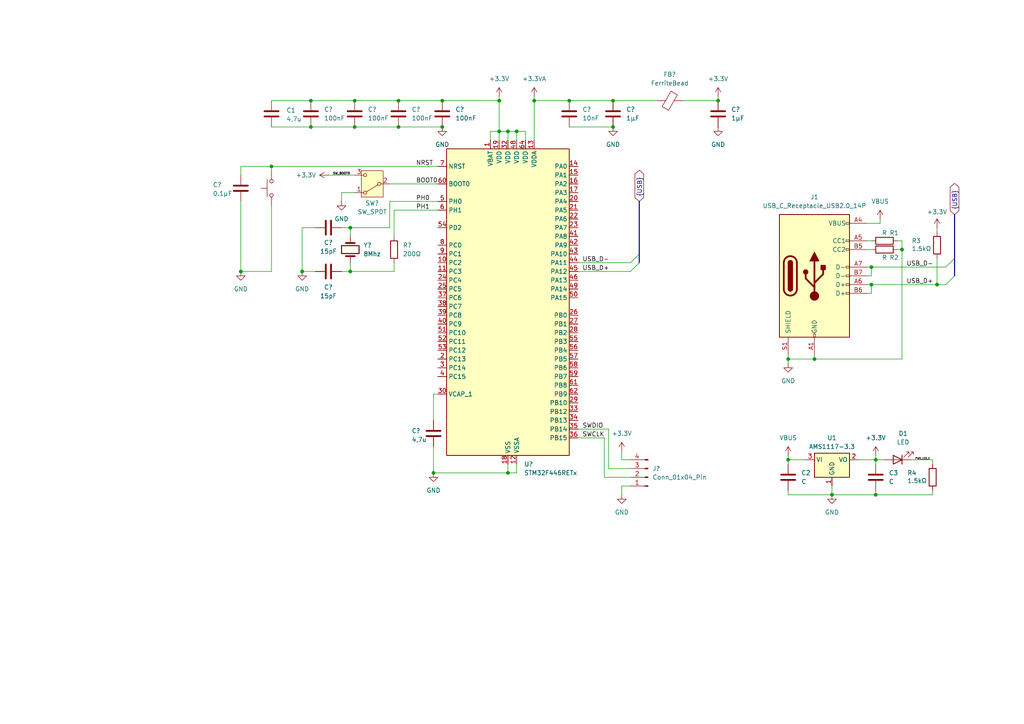
<source format=kicad_sch>
(kicad_sch (version 20250114) (generator "eeschema") (generator_version "9.0")
  (paper "A4")
  (lib_symbols
    (symbol "Connector:Conn_01x04_Pin" (pin_names (offset 1.016) (hide yes))
      (property "Reference" "J" (at 0 5.08 0))
      (property "Value" "Conn_01x04_Pin" (at 0 -7.62 0))
      (symbol "Conn_01x04_Pin_1_1"
        (rectangle (start 0.8636 2.667) (end 0 2.413) (stroke (width 0.1524)) (fill (type outline)))
        (rectangle (start 0.8636 0.127) (end 0 -0.127) (stroke (width 0.1524)) (fill (type outline)))
        (rectangle (start 0.8636 -2.413) (end 0 -2.667) (stroke (width 0.1524)) (fill (type outline)))
        (rectangle (start 0.8636 -4.953) (end 0 -5.207) (stroke (width 0.1524)) (fill (type outline)))
        (polyline (pts (xy 1.27 2.54) (xy 0.8636 2.54)) (stroke (width 0.1524)))
        (polyline (pts (xy 1.27 0) (xy 0.8636 0)) (stroke (width 0.1524)))
        (polyline (pts (xy 1.27 -2.54) (xy 0.8636 -2.54)) (stroke (width 0.1524)))
        (polyline (pts (xy 1.27 -5.08) (xy 0.8636 -5.08)) (stroke (width 0.1524)))
        (pin passive line (at 5.08 2.54 180) (length 3.81) (name "Pin_1") (number "1"))
        (pin passive line (at 5.08 0 180) (length 3.81) (name "Pin_2") (number "2"))
        (pin passive line (at 5.08 -2.54 180) (length 3.81) (name "Pin_3") (number "3"))
        (pin passive line (at 5.08 -5.08 180) (length 3.81) (name "Pin_4") (number "4"))
      )
    )
    (symbol "Connector:USB_C_Receptacle_USB2.0_14P" (pin_names (offset 1.016))
      (property "Reference" "J" (at 0 22.225 0))
      (property "Value" "USB_C_Receptacle_USB2.0_14P" (at 0 19.685 0))
      (symbol "USB_C_Receptacle_USB2.0_14P_0_0"
        (rectangle (start -0.254 -17.78) (end 0.254 -16.764))
        (rectangle (start 10.16 15.494) (end 9.144 14.986))
        (rectangle (start 10.16 10.414) (end 9.144 9.906))
        (rectangle (start 10.16 7.874) (end 9.144 7.366))
        (rectangle (start 10.16 2.794) (end 9.144 2.286))
        (rectangle (start 10.16 0.254) (end 9.144 -0.254))
        (rectangle (start 10.16 -2.286) (end 9.144 -2.794))
        (rectangle (start 10.16 -4.826) (end 9.144 -5.334))
      )
      (symbol "USB_C_Receptacle_USB2.0_14P_0_1"
        (rectangle (start -10.16 17.78) (end 10.16 -17.78) (stroke (width 0.254)) (fill (type background)))
        (polyline (pts (xy -8.89 -3.81) (xy -8.89 3.81)) (stroke (width 0.508)))
        (rectangle (start -7.62 -3.81) (end -6.35 3.81) (stroke (width 0.254)) (fill (type outline)))
        (arc (start -7.62 3.81) (mid -6.985 4.4423) (end -6.35 3.81) (stroke (width 0.254)))
        (arc (start -7.62 3.81) (mid -6.985 4.4423) (end -6.35 3.81) (stroke (width 0.254)) (fill (type outline)))
        (arc (start -8.89 3.81) (mid -6.985 5.7067) (end -5.08 3.81) (stroke (width 0.508)))
        (arc (start -5.08 -3.81) (mid -6.985 -5.7067) (end -8.89 -3.81) (stroke (width 0.508)))
        (arc (start -6.35 -3.81) (mid -6.985 -4.4423) (end -7.62 -3.81) (stroke (width 0.254)))
        (arc (start -6.35 -3.81) (mid -6.985 -4.4423) (end -7.62 -3.81) (stroke (width 0.254)) (fill (type outline)))
        (polyline (pts (xy -5.08 3.81) (xy -5.08 -3.81)) (stroke (width 0.508)))
        (circle (center -2.54 1.143) (radius 0.635) (stroke (width 0.254)) (fill (type outline)))
        (polyline (pts (xy -1.27 4.318) (xy 0 6.858) (xy 1.27 4.318) (xy -1.27 4.318)) (stroke (width 0.254)) (fill (type outline)))
        (polyline (pts (xy 0 -2.032) (xy 2.54 0.508) (xy 2.54 1.778)) (stroke (width 0.508)))
        (polyline (pts (xy 0 -3.302) (xy -2.54 -0.762) (xy -2.54 0.508)) (stroke (width 0.508)))
        (polyline (pts (xy 0 -5.842) (xy 0 4.318)) (stroke (width 0.508)))
        (circle (center 0 -5.842) (radius 1.27) (fill (type outline)))
        (rectangle (start 1.905 1.778) (end 3.175 3.048) (stroke (width 0.254)) (fill (type outline)))
      )
      (symbol "USB_C_Receptacle_USB2.0_14P_1_1"
        (pin passive line (at -7.62 -22.86 90) (length 5.08) (name "SHIELD") (number "S1"))
        (pin passive line (at 0 -22.86 90) (length 5.08) (name "GND") (number "A1"))
        (pin passive line (at 0 -22.86 90) (length 5.08) (hide yes) (name "GND") (number "A12"))
        (pin passive line (at 0 -22.86 90) (length 5.08) (hide yes) (name "GND") (number "B1"))
        (pin passive line (at 0 -22.86 90) (length 5.08) (hide yes) (name "GND") (number "B12"))
        (pin passive line (at 15.24 15.24 180) (length 5.08) (name "VBUS") (number "A4"))
        (pin passive line (at 15.24 15.24 180) (length 5.08) (hide yes) (name "VBUS") (number "A9"))
        (pin passive line (at 15.24 15.24 180) (length 5.08) (hide yes) (name "VBUS") (number "B4"))
        (pin passive line (at 15.24 15.24 180) (length 5.08) (hide yes) (name "VBUS") (number "B9"))
        (pin bidirectional line (at 15.24 10.16 180) (length 5.08) (name "CC1") (number "A5"))
        (pin bidirectional line (at 15.24 7.62 180) (length 5.08) (name "CC2") (number "B5"))
        (pin bidirectional line (at 15.24 2.54 180) (length 5.08) (name "D-") (number "A7"))
        (pin bidirectional line (at 15.24 0 180) (length 5.08) (name "D-") (number "B7"))
        (pin bidirectional line (at 15.24 -2.54 180) (length 5.08) (name "D+") (number "A6"))
        (pin bidirectional line (at 15.24 -5.08 180) (length 5.08) (name "D+") (number "B6"))
      )
    )
    (symbol "Device:C" (pin_numbers (hide yes)) (pin_names (offset 0.254))
      (property "Reference" "C" (at 0.635 2.54 0))
      (property "Value" "C" (at 0.635 -2.54 0))
      (symbol "C_0_1"
        (polyline (pts (xy -2.032 0.762) (xy 2.032 0.762)) (stroke (width 0.508)))
        (polyline (pts (xy -2.032 -0.762) (xy 2.032 -0.762)) (stroke (width 0.508)))
      )
      (symbol "C_1_1"
        (pin passive line (at 0 3.81 270) (length 2.794) (name "~") (number "1"))
        (pin passive line (at 0 -3.81 90) (length 2.794) (name "~") (number "2"))
      )
    )
    (symbol "Device:Crystal" (pin_numbers (hide yes)) (pin_names (offset 1.016) (hide yes))
      (property "Reference" "Y" (at 0 3.81 0))
      (property "Value" "Crystal" (at 0 -3.81 0))
      (symbol "Crystal_0_1"
        (polyline (pts (xy -2.54 0) (xy -1.905 0)))
        (polyline (pts (xy -1.905 -1.27) (xy -1.905 1.27)) (stroke (width 0.508)))
        (rectangle (start -1.143 2.54) (end 1.143 -2.54) (stroke (width 0.3048)))
        (polyline (pts (xy 1.905 -1.27) (xy 1.905 1.27)) (stroke (width 0.508)))
        (polyline (pts (xy 2.54 0) (xy 1.905 0)))
      )
      (symbol "Crystal_1_1"
        (pin passive line (at -3.81 0 0) (length 1.27) (name "1") (number "1"))
        (pin passive line (at 3.81 0 180) (length 1.27) (name "2") (number "2"))
      )
    )
    (symbol "Device:FerriteBead" (pin_numbers (hide yes)) (pin_names (offset 0))
      (property "Reference" "FB" (at -3.81 0.635 90))
      (property "Value" "FerriteBead" (at 3.81 0 90))
      (symbol "FerriteBead_0_1"
        (polyline (pts (xy -2.7686 0.4064) (xy -1.7018 2.2606) (xy 2.7686 -0.3048) (xy 1.6764 -2.159) (xy -2.7686 0.4064)))
        (polyline (pts (xy 0 1.27) (xy 0 1.2954)))
        (polyline (pts (xy 0 -1.27) (xy 0 -1.2192)))
      )
      (symbol "FerriteBead_1_1"
        (pin passive line (at 0 3.81 270) (length 2.54) (name "~") (number "1"))
        (pin passive line (at 0 -3.81 90) (length 2.54) (name "~") (number "2"))
      )
    )
    (symbol "Device:LED" (pin_numbers (hide yes)) (pin_names (offset 1.016) (hide yes))
      (property "Reference" "D" (at 0 2.54 0))
      (property "Value" "LED" (at 0 -2.54 0))
      (symbol "LED_0_1"
        (polyline (pts (xy -3.048 -0.762) (xy -4.572 -2.286) (xy -3.81 -2.286) (xy -4.572 -2.286) (xy -4.572 -1.524)))
        (polyline (pts (xy -1.778 -0.762) (xy -3.302 -2.286) (xy -2.54 -2.286) (xy -3.302 -2.286) (xy -3.302 -1.524)))
        (polyline (pts (xy -1.27 0) (xy 1.27 0)))
        (polyline (pts (xy -1.27 -1.27) (xy -1.27 1.27)) (stroke (width 0.254)))
        (polyline (pts (xy 1.27 -1.27) (xy 1.27 1.27) (xy -1.27 0) (xy 1.27 -1.27)) (stroke (width 0.254)))
      )
      (symbol "LED_1_1"
        (pin passive line (at -3.81 0 0) (length 2.54) (name "K") (number "1"))
        (pin passive line (at 3.81 0 180) (length 2.54) (name "A") (number "2"))
      )
    )
    (symbol "Device:R" (pin_numbers (hide yes)) (pin_names (offset 0))
      (property "Reference" "R" (at 2.032 0 90))
      (property "Value" "R" (at 0 0 90))
      (symbol "R_0_1"
        (rectangle (start -1.016 -2.54) (end 1.016 2.54) (stroke (width 0.254)))
      )
      (symbol "R_1_1"
        (pin passive line (at 0 3.81 270) (length 1.27) (name "~") (number "1"))
        (pin passive line (at 0 -3.81 90) (length 1.27) (name "~") (number "2"))
      )
    )
    (symbol "MCU_ST_STM32F4:STM32F446RETx"
      (property "Reference" "U" (at -17.78 46.99 0))
      (property "Value" "STM32F446RETx" (at 10.16 46.99 0))
      (symbol "STM32F446RETx_0_1"
        (rectangle (start -17.78 -43.18) (end 17.78 45.72) (stroke (width 0.254)) (fill (type background)))
      )
      (symbol "STM32F446RETx_1_1"
        (pin input line (at -20.32 40.64 0) (length 2.54) (name "NRST") (number "7"))
        (pin input line (at -20.32 35.56 0) (length 2.54) (name "BOOT0") (number "60"))
        (pin bidirectional line (at -20.32 30.48 0) (length 2.54) (name "PH0") (number "5"))
        (pin bidirectional line (at -20.32 27.94 0) (length 2.54) (name "PH1") (number "6"))
        (pin bidirectional line (at -20.32 22.86 0) (length 2.54) (name "PD2") (number "54"))
        (pin bidirectional line (at -20.32 17.78 0) (length 2.54) (name "PC0") (number "8"))
        (pin bidirectional line (at -20.32 15.24 0) (length 2.54) (name "PC1") (number "9"))
        (pin bidirectional line (at -20.32 12.7 0) (length 2.54) (name "PC2") (number "10"))
        (pin bidirectional line (at -20.32 10.16 0) (length 2.54) (name "PC3") (number "11"))
        (pin bidirectional line (at -20.32 7.62 0) (length 2.54) (name "PC4") (number "24"))
        (pin bidirectional line (at -20.32 5.08 0) (length 2.54) (name "PC5") (number "25"))
        (pin bidirectional line (at -20.32 2.54 0) (length 2.54) (name "PC6") (number "37"))
        (pin bidirectional line (at -20.32 0 0) (length 2.54) (name "PC7") (number "38"))
        (pin bidirectional line (at -20.32 -2.54 0) (length 2.54) (name "PC8") (number "39"))
        (pin bidirectional line (at -20.32 -5.08 0) (length 2.54) (name "PC9") (number "40"))
        (pin bidirectional line (at -20.32 -7.62 0) (length 2.54) (name "PC10") (number "51"))
        (pin bidirectional line (at -20.32 -10.16 0) (length 2.54) (name "PC11") (number "52"))
        (pin bidirectional line (at -20.32 -12.7 0) (length 2.54) (name "PC12") (number "53"))
        (pin bidirectional line (at -20.32 -15.24 0) (length 2.54) (name "PC13") (number "2"))
        (pin bidirectional line (at -20.32 -17.78 0) (length 2.54) (name "PC14") (number "3"))
        (pin bidirectional line (at -20.32 -20.32 0) (length 2.54) (name "PC15") (number "4"))
        (pin power_out line (at -20.32 -25.4 0) (length 2.54) (name "VCAP_1") (number "30"))
        (pin power_in line (at -5.08 48.26 270) (length 2.54) (name "VBAT") (number "1"))
        (pin power_in line (at -2.54 48.26 270) (length 2.54) (name "VDD") (number "19"))
        (pin power_in line (at 0 48.26 270) (length 2.54) (name "VDD") (number "32"))
        (pin power_in line (at 0 -45.72 90) (length 2.54) (name "VSS") (number "18"))
        (pin passive line (at 0 -45.72 90) (length 2.54) (hide yes) (name "VSS") (number "31"))
        (pin passive line (at 0 -45.72 90) (length 2.54) (hide yes) (name "VSS") (number "47"))
        (pin passive line (at 0 -45.72 90) (length 2.54) (hide yes) (name "VSS") (number "63"))
        (pin power_in line (at 2.54 48.26 270) (length 2.54) (name "VDD") (number "48"))
        (pin power_in line (at 2.54 -45.72 90) (length 2.54) (name "VSSA") (number "12"))
        (pin power_in line (at 5.08 48.26 270) (length 2.54) (name "VDD") (number "64"))
        (pin power_in line (at 7.62 48.26 270) (length 2.54) (name "VDDA") (number "13"))
        (pin bidirectional line (at 20.32 40.64 180) (length 2.54) (name "PA0") (number "14"))
        (pin bidirectional line (at 20.32 38.1 180) (length 2.54) (name "PA1") (number "15"))
        (pin bidirectional line (at 20.32 35.56 180) (length 2.54) (name "PA2") (number "16"))
        (pin bidirectional line (at 20.32 33.02 180) (length 2.54) (name "PA3") (number "17"))
        (pin bidirectional line (at 20.32 30.48 180) (length 2.54) (name "PA4") (number "20"))
        (pin bidirectional line (at 20.32 27.94 180) (length 2.54) (name "PA5") (number "21"))
        (pin bidirectional line (at 20.32 25.4 180) (length 2.54) (name "PA6") (number "22"))
        (pin bidirectional line (at 20.32 22.86 180) (length 2.54) (name "PA7") (number "23"))
        (pin bidirectional line (at 20.32 20.32 180) (length 2.54) (name "PA8") (number "41"))
        (pin bidirectional line (at 20.32 17.78 180) (length 2.54) (name "PA9") (number "42"))
        (pin bidirectional line (at 20.32 15.24 180) (length 2.54) (name "PA10") (number "43"))
        (pin bidirectional line (at 20.32 12.7 180) (length 2.54) (name "PA11") (number "44"))
        (pin bidirectional line (at 20.32 10.16 180) (length 2.54) (name "PA12") (number "45"))
        (pin bidirectional line (at 20.32 7.62 180) (length 2.54) (name "PA13") (number "46"))
        (pin bidirectional line (at 20.32 5.08 180) (length 2.54) (name "PA14") (number "49"))
        (pin bidirectional line (at 20.32 2.54 180) (length 2.54) (name "PA15") (number "50"))
        (pin bidirectional line (at 20.32 -2.54 180) (length 2.54) (name "PB0") (number "26"))
        (pin bidirectional line (at 20.32 -5.08 180) (length 2.54) (name "PB1") (number "27"))
        (pin bidirectional line (at 20.32 -7.62 180) (length 2.54) (name "PB2") (number "28"))
        (pin bidirectional line (at 20.32 -10.16 180) (length 2.54) (name "PB3") (number "55"))
        (pin bidirectional line (at 20.32 -12.7 180) (length 2.54) (name "PB4") (number "56"))
        (pin bidirectional line (at 20.32 -15.24 180) (length 2.54) (name "PB5") (number "57"))
        (pin bidirectional line (at 20.32 -17.78 180) (length 2.54) (name "PB6") (number "58"))
        (pin bidirectional line (at 20.32 -20.32 180) (length 2.54) (name "PB7") (number "59"))
        (pin bidirectional line (at 20.32 -22.86 180) (length 2.54) (name "PB8") (number "61"))
        (pin bidirectional line (at 20.32 -25.4 180) (length 2.54) (name "PB9") (number "62"))
        (pin bidirectional line (at 20.32 -27.94 180) (length 2.54) (name "PB10") (number "29"))
        (pin bidirectional line (at 20.32 -30.48 180) (length 2.54) (name "PB12") (number "33"))
        (pin bidirectional line (at 20.32 -33.02 180) (length 2.54) (name "PB13") (number "34"))
        (pin bidirectional line (at 20.32 -35.56 180) (length 2.54) (name "PB14") (number "35"))
        (pin bidirectional line (at 20.32 -38.1 180) (length 2.54) (name "PB15") (number "36"))
      )
    )
    (symbol "Regulator_Linear:AMS1117-3.3"
      (property "Reference" "U" (at -3.81 3.175 0))
      (property "Value" "AMS1117-3.3" (at 0 3.175 0))
      (symbol "AMS1117-3.3_0_1"
        (rectangle (start -5.08 -5.08) (end 5.08 1.905) (stroke (width 0.254)) (fill (type background)))
      )
      (symbol "AMS1117-3.3_1_1"
        (pin power_in line (at -7.62 0 0) (length 2.54) (name "VI") (number "3"))
        (pin power_in line (at 0 -7.62 90) (length 2.54) (name "GND") (number "1"))
        (pin power_out line (at 7.62 0 180) (length 2.54) (name "VO") (number "2"))
      )
    )
    (symbol "Switch:SW_Push" (pin_numbers (hide yes)) (pin_names (offset 1.016) (hide yes))
      (property "Reference" "SW" (at 1.27 2.54 0))
      (property "Value" "SW_Push" (at 0 -1.524 0))
      (symbol "SW_Push_0_1"
        (circle (center -2.032 0) (radius 0.508))
        (polyline (pts (xy 0 1.27) (xy 0 3.048)))
        (circle (center 2.032 0) (radius 0.508))
        (polyline (pts (xy 2.54 1.27) (xy -2.54 1.27)))
        (pin passive line (at -5.08 0 0) (length 2.54) (name "1") (number "1"))
        (pin passive line (at 5.08 0 180) (length 2.54) (name "2") (number "2"))
      )
    )
    (symbol "Switch:SW_SPDT" (pin_names (offset 0) (hide yes))
      (property "Reference" "SW" (at 0 5.08 0))
      (property "Value" "SW_SPDT" (at 0 -5.08 0))
      (symbol "SW_SPDT_0_1"
        (circle (center -2.032 0) (radius 0.4572))
        (polyline (pts (xy -1.651 0.254) (xy 1.651 2.286)))
        (circle (center 2.032 2.54) (radius 0.4572))
        (circle (center 2.032 -2.54) (radius 0.4572))
      )
      (symbol "SW_SPDT_1_1"
        (rectangle (start -3.175 3.81) (end 3.175 -3.81) (fill (type background)))
        (pin passive line (at -5.08 0 0) (length 2.54) (name "B") (number "2"))
        (pin passive line (at 5.08 2.54 180) (length 2.54) (name "A") (number "1"))
        (pin passive line (at 5.08 -2.54 180) (length 2.54) (name "C") (number "3"))
      )
    )
    (symbol "power:+3.3V" (power) (pin_numbers (hide yes)) (pin_names (offset 0) (hide yes))
      (property "Value" "+3.3V" (at 0 3.556 0))
      (symbol "+3.3V_0_1"
        (polyline (pts (xy -0.762 1.27) (xy 0 2.54)))
        (polyline (pts (xy 0 2.54) (xy 0.762 1.27)))
        (polyline (pts (xy 0 0) (xy 0 2.54)))
      )
      (symbol "+3.3V_1_1"
        (pin power_in line (at 0 0 90) (length 0) (name "~") (number "1"))
      )
    )
    (symbol "power:+3.3VA" (power) (pin_numbers (hide yes)) (pin_names (offset 0) (hide yes))
      (property "Value" "+3.3VA" (at 0 3.556 0))
      (symbol "+3.3VA_0_1"
        (polyline (pts (xy -0.762 1.27) (xy 0 2.54)))
        (polyline (pts (xy 0 2.54) (xy 0.762 1.27)))
        (polyline (pts (xy 0 0) (xy 0 2.54)))
      )
      (symbol "+3.3VA_1_1"
        (pin power_in line (at 0 0 90) (length 0) (name "~") (number "1"))
      )
    )
    (symbol "power:GND" (power) (pin_numbers (hide yes)) (pin_names (offset 0) (hide yes))
      (property "Value" "GND" (at 0 -3.81 0))
      (symbol "GND_0_1"
        (polyline (pts (xy 0 0) (xy 0 -1.27) (xy 1.27 -1.27) (xy 0 -2.54) (xy -1.27 -1.27) (xy 0 -1.27)))
      )
      (symbol "GND_1_1"
        (pin power_in line (at 0 0 270) (length 0) (name "~") (number "1"))
      )
    )
    (symbol "power:VBUS" (power) (pin_numbers (hide yes)) (pin_names (offset 0) (hide yes))
      (property "Value" "VBUS" (at 0 3.556 0))
      (symbol "VBUS_0_1"
        (polyline (pts (xy -0.762 1.27) (xy 0 2.54)))
        (polyline (pts (xy 0 2.54) (xy 0.762 1.27)))
        (polyline (pts (xy 0 0) (xy 0 2.54)))
      )
      (symbol "VBUS_1_1"
        (pin power_in line (at 0 0 90) (length 0) (name "~") (number "1"))
      )
    )
  )
  (junction (at 78.74 48.26))
  (junction (at 154.94 29.21))
  (junction (at 101.6 78.74))
  (junction (at 90.17 36.83))
  (junction (at 87.63 78.74))
  (junction (at 252.73 82.55))
  (junction (at 228.6 133.35))
  (junction (at 125.73 137.16))
  (junction (at 144.78 29.21))
  (junction (at 128.27 29.21))
  (junction (at 271.78 82.55))
  (junction (at 90.17 29.21))
  (junction (at 144.78 38.1))
  (junction (at 149.86 38.1))
  (junction (at 261.62 72.39))
  (junction (at 254 133.35))
  (junction (at 165.1 29.21))
  (junction (at 147.32 137.16))
  (junction (at 102.87 29.21))
  (junction (at 101.6 66.04))
  (junction (at 115.57 29.21))
  (junction (at 208.28 29.21))
  (junction (at 147.32 38.1))
  (junction (at 177.8 36.83))
  (junction (at 102.87 36.83))
  (junction (at 228.6 104.14))
  (junction (at 69.85 78.74))
  (junction (at 115.57 36.83))
  (junction (at 177.8 29.21))
  (junction (at 252.73 77.47))
  (junction (at 241.3 143.51))
  (junction (at 236.22 104.14))
  (junction (at 254 143.51))
  (junction (at 128.27 36.83))
  (bus_entry (at 274.32 77.47) (size 2.54 -2.54))
  (bus_entry (at 182.88 78.74) (size 2.54 -2.54))
  (bus_entry (at 182.88 76.2) (size 2.54 -2.54))
  (bus_entry (at 274.32 82.55) (size 2.54 -2.54))
  (wire (pts (xy 144.78 29.21) (xy 144.78 38.1)))
  (wire (pts (xy 144.78 27.94) (xy 144.78 29.21)))
  (wire (pts (xy 208.28 27.94) (xy 208.28 29.21)))
  (wire (pts (xy 149.86 38.1) (xy 149.86 40.64)))
  (wire (pts (xy 149.86 38.1) (xy 152.4 38.1)))
  (wire (pts (xy 176.53 135.89) (xy 176.53 124.46)))
  (wire (pts (xy 228.6 142.24) (xy 228.6 143.51)))
  (wire (pts (xy 228.6 132.08) (xy 228.6 133.35)))
  (wire (pts (xy 228.6 102.87) (xy 228.6 104.14)))
  (wire (pts (xy 142.24 40.64) (xy 142.24 38.1)))
  (wire (pts (xy 144.78 38.1) (xy 147.32 38.1)))
  (wire (pts (xy 175.26 138.43) (xy 175.26 127)))
  (wire (pts (xy 99.06 55.88) (xy 102.87 55.88)))
  (wire (pts (xy 167.64 76.2) (xy 182.88 76.2)))
  (wire (pts (xy 252.73 82.55) (xy 271.78 82.55)))
  (wire (pts (xy 271.78 66.04) (xy 271.78 67.31)))
  (wire (pts (xy 175.26 138.43) (xy 182.88 138.43)))
  (wire (pts (xy 175.26 127) (xy 167.64 127)))
  (wire (pts (xy 69.85 48.26) (xy 69.85 50.8)))
  (wire (pts (xy 251.46 82.55) (xy 252.73 82.55)))
  (wire (pts (xy 99.06 55.88) (xy 99.06 58.42)))
  (wire (pts (xy 180.34 133.35) (xy 180.34 130.81)))
  (wire (pts (xy 241.3 140.97) (xy 241.3 143.51)))
  (bus (pts (xy 185.42 58.42) (xy 185.42 73.66)))
  (wire (pts (xy 271.78 82.55) (xy 274.32 82.55)))
  (wire (pts (xy 152.4 38.1) (xy 152.4 40.64)))
  (wire (pts (xy 254 143.51) (xy 241.3 143.51)))
  (wire (pts (xy 125.73 114.3) (xy 127 114.3)))
  (wire (pts (xy 87.63 66.04) (xy 87.63 78.74)))
  (wire (pts (xy 125.73 137.16) (xy 147.32 137.16)))
  (wire (pts (xy 252.73 82.55) (xy 252.73 85.09)))
  (wire (pts (xy 101.6 76.2) (xy 101.6 78.74)))
  (wire (pts (xy 115.57 36.83) (xy 128.27 36.83)))
  (wire (pts (xy 270.51 142.24) (xy 270.51 143.51)))
  (wire (pts (xy 254 142.24) (xy 254 143.51)))
  (wire (pts (xy 149.86 134.62) (xy 149.86 137.16)))
  (wire (pts (xy 69.85 58.42) (xy 69.85 78.74)))
  (wire (pts (xy 270.51 134.62) (xy 270.51 133.35)))
  (wire (pts (xy 165.1 36.83) (xy 177.8 36.83)))
  (wire (pts (xy 255.27 63.5) (xy 255.27 64.77)))
  (wire (pts (xy 95.25 50.8) (xy 102.87 50.8)))
  (wire (pts (xy 182.88 133.35) (xy 180.34 133.35)))
  (wire (pts (xy 114.3 78.74) (xy 101.6 78.74)))
  (wire (pts (xy 78.74 36.83) (xy 90.17 36.83)))
  (wire (pts (xy 254 143.51) (xy 270.51 143.51)))
  (wire (pts (xy 78.74 48.26) (xy 78.74 49.53)))
  (wire (pts (xy 128.27 29.21) (xy 144.78 29.21)))
  (wire (pts (xy 115.57 29.21) (xy 128.27 29.21)))
  (wire (pts (xy 114.3 60.96) (xy 127 60.96)))
  (wire (pts (xy 248.92 133.35) (xy 254 133.35)))
  (wire (pts (xy 154.94 29.21) (xy 154.94 40.64)))
  (wire (pts (xy 90.17 29.21) (xy 102.87 29.21)))
  (wire (pts (xy 271.78 74.93) (xy 271.78 82.55)))
  (bus (pts (xy 276.86 62.23) (xy 276.86 74.93)))
  (wire (pts (xy 144.78 38.1) (xy 144.78 40.64)))
  (wire (pts (xy 236.22 104.14) (xy 228.6 104.14)))
  (wire (pts (xy 182.88 140.97) (xy 180.34 140.97)))
  (wire (pts (xy 228.6 133.35) (xy 228.6 134.62)))
  (wire (pts (xy 180.34 140.97) (xy 180.34 143.51)))
  (wire (pts (xy 251.46 80.01) (xy 252.73 80.01)))
  (wire (pts (xy 264.16 133.35) (xy 270.51 133.35)))
  (wire (pts (xy 254 132.08) (xy 254 133.35)))
  (wire (pts (xy 252.73 80.01) (xy 252.73 77.47)))
  (wire (pts (xy 125.73 114.3) (xy 125.73 121.92)))
  (wire (pts (xy 147.32 38.1) (xy 149.86 38.1)))
  (wire (pts (xy 147.32 134.62) (xy 147.32 137.16)))
  (wire (pts (xy 113.03 66.04) (xy 101.6 66.04)))
  (wire (pts (xy 113.03 53.34) (xy 127 53.34)))
  (wire (pts (xy 147.32 38.1) (xy 147.32 40.64)))
  (wire (pts (xy 261.62 72.39) (xy 261.62 104.14)))
  (wire (pts (xy 125.73 129.54) (xy 125.73 137.16)))
  (wire (pts (xy 154.94 27.94) (xy 154.94 29.21)))
  (wire (pts (xy 78.74 48.26) (xy 127 48.26)))
  (wire (pts (xy 252.73 69.85) (xy 251.46 69.85)))
  (wire (pts (xy 165.1 29.21) (xy 177.8 29.21)))
  (wire (pts (xy 251.46 85.09) (xy 252.73 85.09)))
  (wire (pts (xy 251.46 72.39) (xy 252.73 72.39)))
  (wire (pts (xy 254 133.35) (xy 254 134.62)))
  (wire (pts (xy 228.6 143.51) (xy 241.3 143.51)))
  (bus (pts (xy 276.86 74.93) (xy 276.86 80.01)))
  (wire (pts (xy 113.03 58.42) (xy 113.03 66.04)))
  (wire (pts (xy 255.27 64.77) (xy 251.46 64.77)))
  (wire (pts (xy 142.24 38.1) (xy 144.78 38.1)))
  (wire (pts (xy 261.62 69.85) (xy 261.62 72.39)))
  (wire (pts (xy 167.64 78.74) (xy 182.88 78.74)))
  (wire (pts (xy 176.53 135.89) (xy 182.88 135.89)))
  (wire (pts (xy 91.44 66.04) (xy 87.63 66.04)))
  (wire (pts (xy 69.85 78.74) (xy 78.74 78.74)))
  (wire (pts (xy 113.03 58.42) (xy 127 58.42)))
  (wire (pts (xy 147.32 137.16) (xy 149.86 137.16)))
  (wire (pts (xy 198.12 29.21) (xy 208.28 29.21)))
  (wire (pts (xy 254 133.35) (xy 256.54 133.35)))
  (wire (pts (xy 102.87 36.83) (xy 115.57 36.83)))
  (wire (pts (xy 114.3 60.96) (xy 114.3 68.58)))
  (wire (pts (xy 78.74 59.69) (xy 78.74 78.74)))
  (wire (pts (xy 177.8 29.21) (xy 190.5 29.21)))
  (wire (pts (xy 233.68 133.35) (xy 228.6 133.35)))
  (wire (pts (xy 102.87 29.21) (xy 115.57 29.21)))
  (wire (pts (xy 101.6 68.58) (xy 101.6 66.04)))
  (wire (pts (xy 90.17 36.83) (xy 102.87 36.83)))
  (wire (pts (xy 260.35 72.39) (xy 261.62 72.39)))
  (wire (pts (xy 154.94 29.21) (xy 165.1 29.21)))
  (wire (pts (xy 252.73 77.47) (xy 274.32 77.47)))
  (wire (pts (xy 251.46 77.47) (xy 252.73 77.47)))
  (wire (pts (xy 114.3 76.2) (xy 114.3 78.74)))
  (wire (pts (xy 78.74 29.21) (xy 90.17 29.21)))
  (wire (pts (xy 69.85 48.26) (xy 78.74 48.26)))
  (wire (pts (xy 101.6 78.74) (xy 99.06 78.74)))
  (wire (pts (xy 87.63 78.74) (xy 91.44 78.74)))
  (wire (pts (xy 176.53 124.46) (xy 167.64 124.46)))
  (wire (pts (xy 228.6 104.14) (xy 228.6 105.41)))
  (wire (pts (xy 260.35 69.85) (xy 261.62 69.85)))
  (wire (pts (xy 101.6 66.04) (xy 99.06 66.04)))
  (wire (pts (xy 261.62 104.14) (xy 236.22 104.14)))
  (wire (pts (xy 236.22 102.87) (xy 236.22 104.14)))
  (bus (pts (xy 185.42 73.66) (xy 185.42 76.2)))
  (label "SWDIO" (at 168.91 124.46 0))
  (label "BOOT0" (at 120.65 53.34 0))
  (label "USB_D+" (at 262.89 82.55 0))
  (label "SWCLK" (at 168.91 127 0))
  (label "PWR_LED_K" (at 265.43 133.35 0) (effects (font (size 0.5 0.5))))
  (label "PH0" (at 120.65 58.42 0))
  (label "NRST" (at 120.65 48.26 0))
  (label "USB_D-" (at 168.91 76.2 0))
  (label "SW_BOOT0" (at 96.52 50.8 0) (effects (font (size 0.635 0.635))))
  (label "USB_D-" (at 262.89 77.47 0))
  (label "PH1" (at 120.65 60.96 0))
  (label "USB_D+" (at 168.91 78.74 0))
  (global_label "{USB}" (shape bidirectional) (at 185.42 58.42 90) (property "Intersheetrefs" "${INTERSHEET_REFS}" (effects (hide yes))))
  (global_label "{USB}" (shape bidirectional) (at 276.86 62.23 90) (property "Intersheetrefs" "${INTERSHEET_REFS}" (effects (hide yes))))
  (symbol (lib_id "power:GND") (at 87.63 78.74 0) (unit 1)
    (property "Reference" "#PWR04" (effects (hide yes)))
    (property "Value" "GND" (at 87.63 83.82 0))
    (property "Description" "Power symbol creates a global label with name \"GND\" , ground" (effects (hide yes)))
  )
  (symbol (lib_id "Device:C") (at 95.25 66.04 90) (unit 1)
    (property "Reference" "C?" (at 95.25 70.358 90))
    (property "Value" "15pF" (at 95.25 72.898 90))
    (property "Description" "Unpolarized capacitor" (effects (hide yes)))
  )
  (symbol (lib_id "Device:C") (at 102.87 33.02 0) (unit 1)
    (property "Reference" "C?" (at 106.68 31.7499 0) (effects (justify left)))
    (property "Value" "100nF" (at 106.68 34.2899 0) (effects (justify left)))
    (property "Description" "Unpolarized capacitor" (effects (hide yes)))
  )
  (symbol (lib_id "Device:R") (at 256.54 69.85 90) (unit 1)
    (property "Reference" "R1" (at 259.334 67.564 90))
    (property "Value" "R" (at 256.54 67.564 90))
    (property "Description" "Resistor" (effects (hide yes)))
  )
  (symbol (lib_id "Device:C") (at 177.8 33.02 0) (unit 1)
    (property "Reference" "C?" (at 181.61 31.7499 0) (effects (justify left)))
    (property "Value" "1µF" (at 181.61 34.2899 0) (effects (justify left)))
    (property "Description" "Unpolarized capacitor" (effects (hide yes)))
  )
  (symbol (lib_id "Device:LED") (at 260.35 133.35 180) (unit 1)
    (property "Reference" "D1" (at 261.9375 125.73 0))
    (property "Value" "LED" (at 261.9375 128.27 0))
    (property "Description" "Light emitting diode" (effects (hide yes)))
    (property "Sim.Pins" "1=K 2=A" (effects (hide yes)))
  )
  (symbol (lib_id "Regulator_Linear:AMS1117-3.3") (at 241.3 133.35 0) (unit 1)
    (property "Reference" "U1" (at 241.3 127 0))
    (property "Value" "AMS1117-3.3" (at 241.3 129.54 0))
    (property "Footprint" "Package_TO_SOT_SMD:SOT-223-3_TabPin2" (effects (hide yes)))
    (property "Datasheet" "http://www.advanced-monolithic.com/pdf/ds1117.pdf" (effects (hide yes)))
    (property "Description" "1A Low Dropout regulator, positive, 3.3V fixed output, SOT-223" (effects (hide yes)))
  )
  (symbol (lib_id "Device:FerriteBead") (at 194.31 29.21 90) (unit 1)
    (property "Reference" "FB?" (at 194.2592 21.59 90))
    (property "Value" "FerriteBead" (at 194.2592 24.13 90))
    (property "Description" "Ferrite bead" (effects (hide yes)))
  )
  (symbol (lib_id "Device:Crystal") (at 101.6 72.39 90) (unit 1)
    (property "Reference" "Y?" (at 105.41 71.1199 90) (effects (justify right)))
    (property "Value" "8Mhz" (at 105.41 73.6599 90) (effects (justify right)))
    (property "Description" "Two pin crystal" (effects (hide yes)))
  )
  (symbol (lib_id "power:+3.3V") (at 144.78 27.94 0) (unit 1)
    (property "Reference" "#PWR01" (effects (hide yes)))
    (property "Value" "+3.3V" (at 144.78 22.86 0))
    (property "Description" "Power symbol creates a global label with name \"+3.3V\"" (effects (hide yes)))
  )
  (symbol (lib_id "Device:C") (at 95.25 78.74 90) (unit 1)
    (property "Reference" "C?" (at 95.25 83.312 90))
    (property "Value" "15pF" (at 95.25 85.852 90))
    (property "Description" "Unpolarized capacitor" (effects (hide yes)))
  )
  (symbol (lib_id "Device:C") (at 115.57 33.02 0) (unit 1)
    (property "Reference" "C?" (at 119.38 31.7499 0) (effects (justify left)))
    (property "Value" "100nF" (at 119.38 34.2899 0) (effects (justify left)))
    (property "Description" "Unpolarized capacitor" (effects (hide yes)))
  )
  (symbol (lib_id "Device:R") (at 270.51 138.43 0) (unit 1)
    (property "Reference" "R4" (at 263.144 137.16 0) (effects (justify left)))
    (property "Value" "1.5kΩ" (at 263.144 139.446 0) (effects (justify left)))
    (property "Description" "Resistor" (effects (hide yes)))
  )
  (symbol (lib_id "Device:C") (at 228.6 138.43 0) (unit 1)
    (property "Reference" "C2" (at 232.41 137.1599 0) (effects (justify left)))
    (property "Value" "C" (at 232.41 139.6999 0) (effects (justify left)))
    (property "Description" "Unpolarized capacitor" (effects (hide yes)))
  )
  (symbol (lib_id "power:+3.3V") (at 95.25 50.8 90) (unit 1)
    (property "Reference" "#PWR01" (effects (hide yes)))
    (property "Value" "+3.3V" (at 91.694 50.8 90) (effects (justify left)))
    (property "Description" "Power symbol creates a global label with name \"+3.3V\"" (effects (hide yes)))
  )
  (symbol (lib_id "power:GND") (at 128.27 36.83 0) (unit 1)
    (property "Reference" "#PWR02" (effects (hide yes)))
    (property "Value" "GND" (at 128.27 41.91 0))
    (property "Description" "Power symbol creates a global label with name \"GND\" , ground" (effects (hide yes)))
  )
  (symbol (lib_id "Device:C") (at 69.85 54.61 180) (unit 1)
    (property "Reference" "C?" (at 61.722 53.594 0) (effects (justify right)))
    (property "Value" "0.1µF" (at 61.722 56.134 0) (effects (justify right)))
    (property "Description" "Unpolarized capacitor" (effects (hide yes)))
  )
  (symbol (lib_id "Device:R") (at 114.3 72.39 180) (unit 1)
    (property "Reference" "R?" (at 116.84 71.1199 0) (effects (justify right)))
    (property "Value" "200Ω" (at 116.84 73.6599 0) (effects (justify right)))
    (property "Description" "Resistor" (effects (hide yes)))
  )
  (symbol (lib_id "power:GND") (at 125.73 137.16 0) (unit 1)
    (property "Reference" "#PWR03" (effects (hide yes)))
    (property "Value" "GND" (at 125.73 142.24 0))
    (property "Description" "Power symbol creates a global label with name \"GND\" , ground" (effects (hide yes)))
  )
  (symbol (lib_id "Device:C") (at 254 138.43 0) (unit 1)
    (property "Reference" "C3" (at 257.81 137.1599 0) (effects (justify left)))
    (property "Value" "C" (at 257.81 139.6999 0) (effects (justify left)))
    (property "Description" "Unpolarized capacitor" (effects (hide yes)))
  )
  (symbol (lib_id "Device:C") (at 78.74 33.02 180) (unit 1)
    (property "Reference" "C1" (at 83.058 32.004 0) (effects (justify right)))
    (property "Value" "4,7u" (at 83.058 34.544 0) (effects (justify right)))
    (property "Description" "Unpolarized capacitor" (effects (hide yes)))
  )
  (symbol (lib_id "Switch:SW_Push") (at 78.74 54.61 90) (unit 1)
    (property "Reference" "SW?" (effects (hide yes)))
    (property "Value" "SW_Push" (effects (hide yes)))
    (property "Description" "Push button switch, generic, two pins" (effects (hide yes)))
  )
  (symbol (lib_id "power:VBUS") (at 228.6 132.08 0) (unit 1)
    (property "Reference" "#PWR08" (effects (hide yes)))
    (property "Value" "VBUS" (at 228.6 127 0))
    (property "Description" "Power symbol creates a global label with name \"VBUS\"" (effects (hide yes)))
  )
  (symbol (lib_id "power:+3.3V") (at 208.28 27.94 0) (unit 1)
    (property "Reference" "#PWR05" (effects (hide yes)))
    (property "Value" "+3.3V" (at 208.28 22.86 0))
    (property "Description" "Power symbol creates a global label with name \"+3.3V\"" (effects (hide yes)))
  )
  (symbol (lib_id "Switch:SW_SPDT") (at 107.95 53.34 180) (unit 1)
    (property "Reference" "SW?" (at 107.95 58.928 0))
    (property "Value" "SW_SPDT" (at 107.95 61.468 0))
    (property "Description" "Switch, single pole double throw" (effects (hide yes)))
  )
  (symbol (lib_id "power:VBUS") (at 255.27 63.5 0) (unit 1)
    (property "Reference" "#PWR07" (effects (hide yes)))
    (property "Value" "VBUS" (at 255.27 58.42 0))
    (property "Description" "Power symbol creates a global label with name \"VBUS\"" (effects (hide yes)))
  )
  (symbol (lib_id "power:GND") (at 241.3 143.51 0) (unit 1)
    (property "Reference" "#PWR06" (effects (hide yes)))
    (property "Value" "GND" (at 241.3 148.59 0))
    (property "Description" "Power symbol creates a global label with name \"GND\" , ground" (effects (hide yes)))
  )
  (symbol (lib_id "power:GND") (at 180.34 143.51 0) (unit 1)
    (property "Reference" "#PWR09" (effects (hide yes)))
    (property "Value" "GND" (at 180.34 148.59 0))
    (property "Description" "Power symbol creates a global label with name \"GND\" , ground" (effects (hide yes)))
  )
  (symbol (lib_id "MCU_ST_STM32F4:STM32F446RETx") (at 147.32 88.9 0) (unit 1)
    (property "Reference" "U?" (at 152.0033 134.62 0) (effects (justify left)))
    (property "Value" "STM32F446RETx" (at 152.0033 137.16 0) (effects (justify left)))
    (property "Footprint" "Package_QFP:LQFP-64_10x10mm_P0.5mm" (effects (hide yes)))
    (property "Datasheet" "https://www.st.com/resource/en/datasheet/stm32f446re.pdf" (effects (hide yes)))
    (property "Description" "STMicroelectronics Arm Cortex-M4 MCU, 512KB flash, 128KB RAM, 180 MHz, 1.8-3.6V, 50 GPIO, LQFP64" (effects (hide yes)))
  )
  (symbol (lib_id "Device:C") (at 125.73 125.73 180) (unit 1)
    (property "Reference" "C?" (at 119.38 124.968 0) (effects (justify right)))
    (property "Value" "4,7u" (at 119.38 127.508 0) (effects (justify right)))
    (property "Description" "Unpolarized capacitor" (effects (hide yes)))
  )
  (symbol (lib_id "Connector:Conn_01x04_Pin") (at 187.96 138.43 180) (unit 1)
    (property "Reference" "J?" (at 189.23 135.8899 0) (effects (justify right)))
    (property "Value" "Conn_01x04_Pin" (at 189.23 138.4299 0) (effects (justify right)))
    (property "Description" "Generic connector, single row, 01x04, script generated" (effects (hide yes)))
  )
  (symbol (lib_id "Device:C") (at 165.1 33.02 0) (unit 1)
    (property "Reference" "C?" (at 168.91 31.7499 0) (effects (justify left)))
    (property "Value" "10nF" (at 168.91 34.2899 0) (effects (justify left)))
    (property "Description" "Unpolarized capacitor" (effects (hide yes)))
  )
  (symbol (lib_id "power:+3.3VA") (at 154.94 27.94 0) (unit 1)
    (property "Reference" "#PWR03" (effects (hide yes)))
    (property "Value" "+3.3VA" (at 154.94 22.86 0))
    (property "Description" "Power symbol creates a global label with name \"+3.3VA\"" (effects (hide yes)))
  )
  (symbol (lib_id "power:GND") (at 228.6 105.41 0) (unit 1)
    (property "Reference" "#PWR05" (effects (hide yes)))
    (property "Value" "GND" (at 228.6 110.49 0))
    (property "Description" "Power symbol creates a global label with name \"GND\" , ground" (effects (hide yes)))
  )
  (symbol (lib_id "Device:C") (at 208.28 33.02 0) (unit 1)
    (property "Reference" "C?" (at 212.09 31.7499 0) (effects (justify left)))
    (property "Value" "1µF" (at 212.09 34.2899 0) (effects (justify left)))
    (property "Description" "Unpolarized capacitor" (effects (hide yes)))
  )
  (symbol (lib_id "power:GND") (at 208.28 36.83 0) (unit 1)
    (property "Reference" "#PWR06" (effects (hide yes)))
    (property "Value" "GND" (at 208.28 41.91 0))
    (property "Description" "Power symbol creates a global label with name \"GND\" , ground" (effects (hide yes)))
  )
  (symbol (lib_id "Device:C") (at 90.17 33.02 0) (unit 1)
    (property "Reference" "C?" (at 93.98 31.7499 0) (effects (justify left)))
    (property "Value" "100nF" (at 93.98 34.2899 0) (effects (justify left)))
    (property "Description" "Unpolarized capacitor" (effects (hide yes)))
  )
  (symbol (lib_id "power:GND") (at 177.8 36.83 0) (unit 1)
    (property "Reference" "#PWR04" (effects (hide yes)))
    (property "Value" "GND" (at 177.8 41.91 0))
    (property "Description" "Power symbol creates a global label with name \"GND\" , ground" (effects (hide yes)))
  )
  (symbol (lib_id "power:GND") (at 69.85 78.74 0) (unit 1)
    (property "Reference" "#PWR07" (effects (hide yes)))
    (property "Value" "GND" (at 69.85 83.82 0))
    (property "Description" "Power symbol creates a global label with name \"GND\" , ground" (effects (hide yes)))
  )
  (symbol (lib_id "Device:R") (at 256.54 72.39 90) (mirror x) (unit 1)
    (property "Reference" "R2" (at 259.334 74.676 90))
    (property "Value" "R" (at 256.54 74.676 90))
    (property "Description" "Resistor" (effects (hide yes)))
  )
  (symbol (lib_id "power:GND") (at 99.06 58.42 0) (unit 1)
    (property "Reference" "#PWR02" (effects (hide yes)))
    (property "Value" "GND" (at 99.06 63.5 0))
    (property "Description" "Power symbol creates a global label with name \"GND\" , ground" (effects (hide yes)))
  )
  (symbol (lib_id "Device:C") (at 128.27 33.02 0) (unit 1)
    (property "Reference" "C?" (at 132.08 31.7499 0) (effects (justify left)))
    (property "Value" "100nF" (at 132.08 34.2899 0) (effects (justify left)))
    (property "Description" "Unpolarized capacitor" (effects (hide yes)))
  )
  (symbol (lib_id "power:+3.3V") (at 254 132.08 0) (unit 1)
    (property "Reference" "#PWR09" (effects (hide yes)))
    (property "Value" "+3.3V" (at 254 127 0))
    (property "Description" "Power symbol creates a global label with name \"+3.3V\"" (effects (hide yes)))
  )
  (symbol (lib_id "power:+3.3V") (at 271.78 66.04 0) (unit 1)
    (property "Reference" "#PWR010" (effects (hide yes)))
    (property "Value" "+3.3V" (at 271.78 61.468 0))
    (property "Description" "Power symbol creates a global label with name \"+3.3V\"" (effects (hide yes)))
  )
  (symbol (lib_id "power:+3.3V") (at 180.34 130.81 0) (unit 1)
    (property "Reference" "#PWR08" (effects (hide yes)))
    (property "Value" "+3.3V" (at 180.34 125.73 0))
    (property "Description" "Power symbol creates a global label with name \"+3.3V\"" (effects (hide yes)))
  )
  (symbol (lib_id "Connector:USB_C_Receptacle_USB2.0_14P") (at 236.22 80.01 0) (unit 1)
    (property "Reference" "J1" (at 236.22 57.15 0))
    (property "Value" "USB_C_Receptacle_USB2.0_14P" (at 236.22 59.69 0))
    (property "Datasheet" "https://www.usb.org/sites/default/files/documents/usb_type-c.zip" (effects (hide yes)))
    (property "Description" "USB 2.0-only 14P Type-C Receptacle connector" (effects (hide yes)))
  )
  (symbol (lib_id "Device:R") (at 271.78 71.12 0) (unit 1)
    (property "Reference" "R3" (at 264.414 69.85 0) (effects (justify left)))
    (property "Value" "1.5kΩ" (at 264.414 72.136 0) (effects (justify left)))
    (property "Description" "Resistor" (effects (hide yes)))
  )
)
</source>
